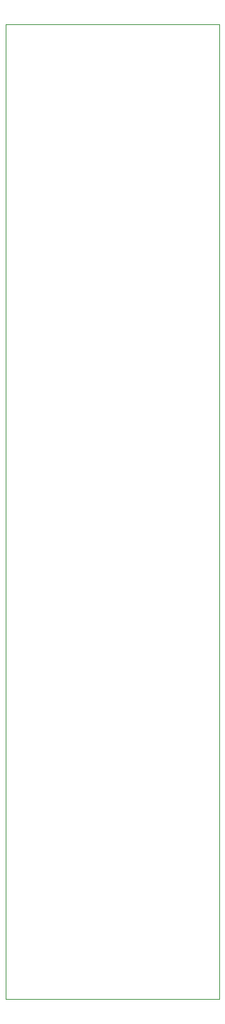
<source format=gbr>
%TF.GenerationSoftware,KiCad,Pcbnew,(6.0.5)*%
%TF.CreationDate,2023-02-15T12:36:22-05:00*%
%TF.ProjectId,wow_and_flutter,776f775f-616e-4645-9f66-6c7574746572,rev?*%
%TF.SameCoordinates,Original*%
%TF.FileFunction,Profile,NP*%
%FSLAX46Y46*%
G04 Gerber Fmt 4.6, Leading zero omitted, Abs format (unit mm)*
G04 Created by KiCad (PCBNEW (6.0.5)) date 2023-02-15 12:36:22*
%MOMM*%
%LPD*%
G01*
G04 APERTURE LIST*
%TA.AperFunction,Profile*%
%ADD10C,0.100000*%
%TD*%
G04 APERTURE END LIST*
D10*
X127000000Y-31750000D02*
X152400000Y-31750000D01*
X152400000Y-31750000D02*
X152400000Y-147320000D01*
X152400000Y-147320000D02*
X127000000Y-147320000D01*
X127000000Y-147320000D02*
X127000000Y-31750000D01*
M02*

</source>
